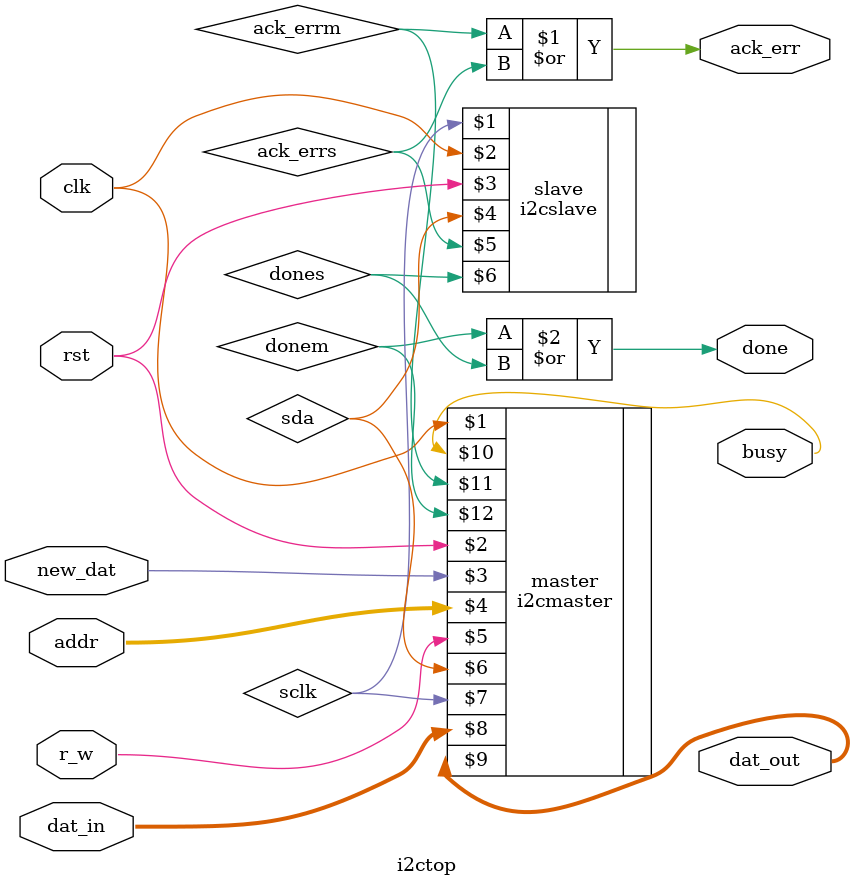
<source format=v>
`timescale 1ns / 1ps


module i2ctop(clk, rst, new_dat, addr, r_w, dat_in, dat_out, busy, ack_err, done);
    input clk, rst, new_dat, r_w;
    input [6:0]addr;
    input [7:0]dat_in;
    output [7:0]dat_out;
    output busy, ack_err, done;
    
    wire sda, sclk;
    wire ack_errm, ack_errs, donem, dones;
    
    i2cmaster master(clk, rst, new_dat, addr, r_w, sda, sclk, dat_in, dat_out, busy, ack_errm, donem);
    i2cslave slave(sclk, clk, rst, sda, ack_errs, dones);
    assign ack_err = ack_errm | ack_errs;
    assign done = donem | dones;
endmodule

</source>
